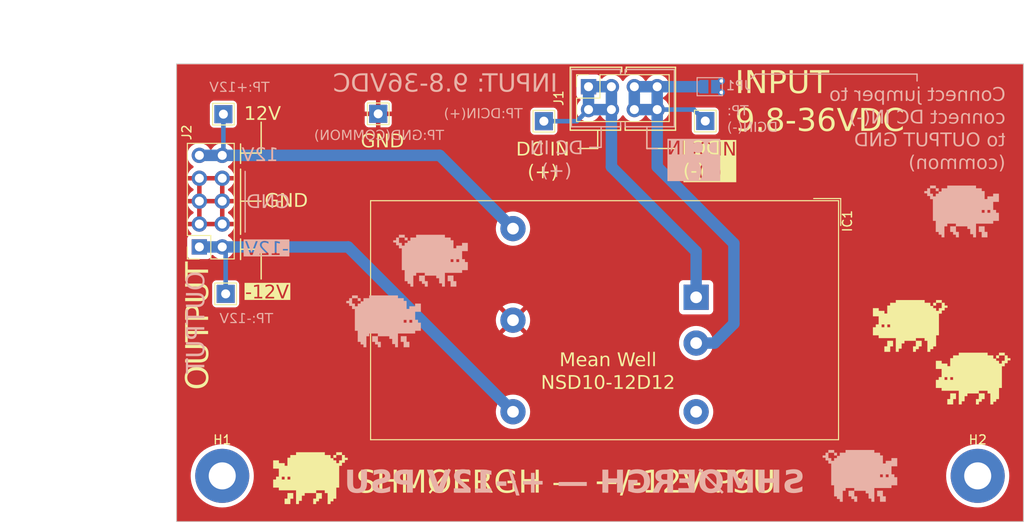
<source format=kicad_pcb>
(kicad_pcb (version 20240108) (generator "pcbnew") (generator_version "8.0")
  (layers (0 "F.Cu" signal) (31 "B.Cu" signal) (34 "B.Paste" user) (35 "F.Paste" user) (36 "B.SilkS" user "B.Silkscreen") (37 "F.SilkS" user "F.Silkscreen") (38 "B.Mask" user) (39 "F.Mask" user) (44 "Edge.Cuts" user))
  (net 0 "")
  (net 1 "+12V")
  (net 2 "GND")
  (net 3 "DC_IN_+")
  (net 5 "DC_IN_-")
  (net 6 "-12V")
  (footprint "Converter_DCDC:Converter_DCDC_MeanWell_NSD10_THT" (layer "F.Cu") (at 151.638 89.408 -90)
    (property "Reference" "IC1" (at -8.46 -16.78 90) (layer "F.SilkS"))
    (property "Value" "NSD10-12D12")
    (fp_line (start -10.72 36.12) (end 15.8 36.12) (stroke (width 0.12)) (layer "F.SilkS"))
    (fp_line (start -10.96 -13.04) (end -10.96 -16.04) (stroke (width 0.12)) (layer "F.SilkS"))
    (fp_line (start -10.72 -15.8) (end -10.72 36.12) (stroke (width 0.12)) (layer "F.SilkS"))
    (fp_line (start -10.72 -15.8) (end 15.8 -15.8) (stroke (width 0.12)) (layer "F.SilkS"))
    (fp_line (start 15.8 -15.8) (end 15.8 36.12) (stroke (width 0.12)) (layer "F.SilkS"))
    (fp_line (start -10.96 -16.04) (end -7.96 -16.04) (stroke (width 0.12)) (layer "F.SilkS"))
    (pad "1" thru_hole rect (at 0 0 270) (size 2.8 2.8) (drill 1.3) (layers "*.Cu" "*.Mask") (net 3 "DC_IN_+"))
    (pad "2" thru_hole circle (at 5.08 0 270) (size 2.8 2.8) (drill 1.3) (layers "*.Cu" "*.Mask") (net 5 "DC_IN_-"))
    (pad "3" thru_hole circle (at -7.62 20.32 270) (size 2.8 2.8) (drill 1.3) (layers "*.Cu" "*.Mask") (net 1 "+12V"))
    (pad "4" thru_hole circle (at 2.54 20.32 270) (size 2.8 2.8) (drill 1.3) (layers "*.Cu" "*.Mask") (net 2 "GND"))
    (pad "5" thru_hole circle (at 12.7 20.32 270) (size 2.8 2.8) (drill 1.3) (layers "*.Cu" "*.Mask") (net 6 "-12V"))
    (pad "6" thru_hole circle (at 12.7 0 270) (size 2.8 2.8) (drill 1.3) (layers "*.Cu" "*.Mask"))
  )
  (footprint "TestPoint:TestPoint_THTPad_2.0x2.0mm_Drill1.0mm" (layer "F.Cu") (at 152.654 69.85)
    (property "Reference" "TP2" (hide yes))
    (property "Value" "TestPoint")
    (fp_line (start -1.2 -1.2) (end 1.2 -1.2) (stroke (width 0.12)) (layer "F.SilkS"))
    (fp_line (start -1.2 1.2) (end -1.2 -1.2) (stroke (width 0.12)) (layer "F.SilkS"))
    (fp_line (start 1.2 -1.2) (end 1.2 1.2) (stroke (width 0.12)) (layer "F.SilkS"))
    (fp_line (start 1.2 1.2) (end -1.2 1.2) (stroke (width 0.12)) (layer "F.SilkS"))
    (pad "1" thru_hole rect (at 0 0) (size 2 2) (drill 1) (layers "*.Cu" "*.Mask") (net 5 "DC_IN_-"))
  )
  (footprint "Connector_PinSocket_2.54mm:PinSocket_2x05_P2.54mm_Vertical" (layer "F.Cu") (at 96.52 83.82 180)
    (property "Reference" "J2" (at 1.397 12.7 90) (layer "F.SilkS"))
    (property "Value" "Conn_02x05_Odd_Even")
    (fp_line (start 1.33 1.27) (end 1.33 11.49) (stroke (width 0.12)) (layer "F.SilkS"))
    (fp_line (start 1.33 -1.33) (end 1.33 0) (stroke (width 0.12)) (layer "F.SilkS"))
    (fp_line (start 0 -1.33) (end 1.33 -1.33) (stroke (width 0.12)) (layer "F.SilkS"))
    (fp_line (start -1.27 1.27) (end 1.33 1.27) (stroke (width 0.12)) (layer "F.SilkS"))
    (fp_line (start -1.27 -1.33) (end -1.27 1.27) (stroke (width 0.12)) (layer "F.SilkS"))
    (fp_line (start -3.87 11.49) (end 1.33 11.49) (stroke (width 0.12)) (layer "F.SilkS"))
    (fp_line (start -3.87 -1.33) (end -1.27 -1.33) (stroke (width 0.12)) (layer "F.SilkS"))
    (fp_line (start -3.87 -1.33) (end -3.87 11.49) (stroke (width 0.12)) (layer "F.SilkS"))
    (pad "1" thru_hole rect (at 0 0 180) (size 1.7 1.7) (drill 1) (layers "*.Cu" "*.Mask") (net 6 "-12V"))
    (pad "2" thru_hole oval (at -2.54 0 180) (size 1.7 1.7) (drill 1) (layers "*.Cu" "*.Mask") (net 6 "-12V"))
    (pad "3" thru_hole oval (at 0 2.54 180) (size 1.7 1.7) (drill 1) (layers "*.Cu" "*.Mask") (net 2 "GND"))
    (pad "4" thru_hole oval (at -2.54 2.54 180) (size 1.7 1.7) (drill 1) (layers "*.Cu" "*.Mask") (net 2 "GND"))
    (pad "5" thru_hole oval (at 0 5.08 180) (size 1.7 1.7) (drill 1) (layers "*.Cu" "*.Mask") (net 2 "GND"))
    (pad "6" thru_hole oval (at -2.54 5.08 180) (size 1.7 1.7) (drill 1) (layers "*.Cu" "*.Mask") (net 2 "GND"))
    (pad "7" thru_hole oval (at 0 7.62 180) (size 1.7 1.7) (drill 1) (layers "*.Cu" "*.Mask") (net 2 "GND"))
    (pad "8" thru_hole oval (at -2.54 7.62 180) (size 1.7 1.7) (drill 1) (layers "*.Cu" "*.Mask") (net 2 "GND"))
    (pad "9" thru_hole oval (at 0 10.16 180) (size 1.7 1.7) (drill 1) (layers "*.Cu" "*.Mask") (net 1 "+12V"))
    (pad "10" thru_hole oval (at -2.54 10.16 180) (size 1.7 1.7) (drill 1) (layers "*.Cu" "*.Mask") (net 1 "+12V"))
  )
  (footprint "MountingHole:MountingHole_3mm_Pad" (layer "F.Cu") (at 182.88 109.22)
    (property "Reference" "H2" (at 0 -4 0) (layer "F.SilkS"))
    (property "Value" "MountingHole")
    (pad "1" thru_hole circle (at 0 0) (size 6 6) (drill 3) (layers "*.Cu" "*.Mask"))
  )
  (footprint "Shmoergh_Logo:Gyeszno" (layer "F.Cu") (at 182.372 98.425)
    (property "Reference" "G***" (hide yes))
    (property "Value" "LOGO" (hide yes))
    (fp_poly (pts (xy 2.8702 -2.8702) (xy 3.5052 -2.8702) (xy 3.5052 -2.5654) (xy 2.8702 -2.5654) (xy 2.8702 -2.8702)) (stroke (width 0.01)) (fill solid) (layer "F.SilkS"))
    (fp_poly (pts (xy 2.8702 -2.2606) (xy 2.5527 -2.2606) (xy 2.5527 -2.5654) (xy 2.8702 -2.5654) (xy 2.8702 -2.2606)) (stroke (width 0.01)) (fill solid) (layer "F.SilkS"))
    (fp_poly (pts (xy -1.905 2.2733) (xy -2.2225 2.2733) (xy -2.2225 2.8702) (xy -2.8575 2.8702) (xy -2.8575 2.2733) (xy -2.54 2.2733) (xy -2.54 1.651) (xy -1.905 1.651) (xy -1.905 2.2733)) (stroke (width 0.01)) (fill solid) (layer "F.SilkS"))
    (fp_poly (pts (xy 1.27 2.2733) (xy 0.9525 2.2733) (xy 0.9525 2.5654) (xy 0.635 2.5654) (xy 0.635 2.8702) (xy 0.3175 2.8702) (xy 0.3175 2.2733) (xy 0.635 2.2733) (xy 0.635 1.651) (xy 1.27 1.651) (xy 1.27 2.2733)) (stroke (width 0.01)) (fill solid) (layer "F.SilkS"))
    (fp_poly (pts (xy 1.6002 -2.5654) (xy 2.2352 -2.5654) (xy 2.2352 -2.2098) (xy 2.5527 -2.2098) (xy 2.5527 -1.9685) (xy 2.8702 -1.9685) (xy 2.8702 -1.6637) (xy 3.1877 -1.6637) (xy 3.1877 -1.9685) (xy 3.5052 -1.9685) (xy 3.5052 -2.5654) (xy 3.8227 -2.5654) (xy 3.8227 -2.2606) (xy 4.1402 -2.2606) (xy 4.1402 -2.0193) (xy 3.8227 -2.0193) (xy 3.8227 -1.7145) (xy 3.5052 -1.7145) (xy 3.5052 -1.3716) (xy 3.1877 -1.3716) (xy 3.1877 1.0414) (xy 2.8702 1.0414) (xy 2.8702 2.2733) (xy 2.5527 2.2733) (xy 2.5527 2.5654) (xy 2.2352 2.5654) (xy 2.2352 2.8702) (xy 1.9177 2.8702) (xy 1.9177 1.651) (xy 1.6002 1.651) (xy 1.6002 1.3462) (xy 0.635 1.3462) (xy 0.635 1.651) (xy -0.635 1.651) (xy -0.635 1.9431) (xy -0.9525 1.9431) (xy -0.9525 2.5146) (xy -1.27 2.5146) (xy -1.27 2.8702) (xy -1.5875 2.8702) (xy -1.5875 1.3462) (xy -3.4925 1.3462) (xy -3.4925 1.0414) (xy -4.1275 1.0414) (xy -4.1275 0.1524) (xy -3.81 0.1524) (xy -3.81 -0.1651) (xy -3.4925 -0.1651) (xy -3.175 -0.1651) (xy -3.175 0.1524) (xy -2.8575 0.1524) (xy -2.8575 -0.1651) (xy -2.54 -0.1651) (xy -2.54 0.1524) (xy -2.2225 0.1524) (xy -2.2225 -0.1651) (xy -2.54 -0.1651) (xy -2.8575 -0.1651) (xy -3.175 -0.1651) (xy -3.4925 -0.1651) (xy -3.4925 -1.0668) (xy -4.1275 -1.0668) (xy -4.1275 -1.9685) (xy -3.4925 -1.9685) (xy -3.4925 -1.6637) (xy -2.8575 -1.6637) (xy -2.8575 -1.3716) (xy -2.54 -1.3716) (xy -2.54 -2.2606) (xy -2.2225 -2.2606) (xy -2.2225 -2.5654) (xy -1.5875 -2.5654) (xy -1.5875 -2.8702) (xy 1.6002 -2.8702) (xy 1.6002 -2.5654)) (stroke (width 0.01)) (fill solid) (layer "F.SilkS"))
  )
  (footprint "TestPoint:TestPoint_THTPad_2.0x2.0mm_Drill1.0mm" (layer "F.Cu") (at 99.187 69.088)
    (property "Reference" "TP3" (hide yes))
    (property "Value" "TestPoint")
    (fp_line (start -1.2 -1.2) (end 1.2 -1.2) (stroke (width 0.12)) (layer "F.SilkS"))
    (fp_line (start -1.2 1.2) (end -1.2 -1.2) (stroke (width 0.12)) (layer "F.SilkS"))
    (fp_line (start 1.2 -1.2) (end 1.2 1.2) (stroke (width 0.12)) (layer "F.SilkS"))
    (fp_line (start 1.2 1.2) (end -1.2 1.2) (stroke (width 0.12)) (layer "F.SilkS"))
    (pad "1" thru_hole rect (at 0 0) (size 2 2) (drill 1) (layers "*.Cu" "*.Mask") (net 1 "+12V"))
  )
  (footprint "TestPoint:TestPoint_THTPad_2.0x2.0mm_Drill1.0mm" (layer "F.Cu") (at 134.747 69.866788)
    (property "Reference" "TP1" (hide yes))
    (property "Value" "TestPoint")
    (fp_line (start -1.2 -1.2) (end 1.2 -1.2) (stroke (width 0.12)) (layer "F.SilkS"))
    (fp_line (start -1.2 1.2) (end -1.2 -1.2) (stroke (width 0.12)) (layer "F.SilkS"))
    (fp_line (start 1.2 -1.2) (end 1.2 1.2) (stroke (width 0.12)) (layer "F.SilkS"))
    (fp_line (start 1.2 1.2) (end -1.2 1.2) (stroke (width 0.12)) (layer "F.SilkS"))
    (pad "1" thru_hole rect (at 0 0) (size 2 2) (drill 1) (layers "*.Cu" "*.Mask") (net 3 "DC_IN_+"))
  )
  (footprint "Shmoergh_Logo:Gyeszno" (layer "F.Cu") (at 108.839 109.474)
    (property "Reference" "G***" (hide yes))
    (property "Value" "LOGO" (hide yes))
    (fp_poly (pts (xy 2.8702 -2.8702) (xy 3.5052 -2.8702) (xy 3.5052 -2.5654) (xy 2.8702 -2.5654) (xy 2.8702 -2.8702)) (stroke (width 0.01)) (fill solid) (layer "F.SilkS"))
    (fp_poly (pts (xy 2.8702 -2.2606) (xy 2.5527 -2.2606) (xy 2.5527 -2.5654) (xy 2.8702 -2.5654) (xy 2.8702 -2.2606)) (stroke (width 0.01)) (fill solid) (layer "F.SilkS"))
    (fp_poly (pts (xy -1.905 2.2733) (xy -2.2225 2.2733) (xy -2.2225 2.8702) (xy -2.8575 2.8702) (xy -2.8575 2.2733) (xy -2.54 2.2733) (xy -2.54 1.651) (xy -1.905 1.651) (xy -1.905 2.2733)) (stroke (width 0.01)) (fill solid) (layer "F.SilkS"))
    (fp_poly (pts (xy 1.27 2.2733) (xy 0.9525 2.2733) (xy 0.9525 2.5654) (xy 0.635 2.5654) (xy 0.635 2.8702) (xy 0.3175 2.8702) (xy 0.3175 2.2733) (xy 0.635 2.2733) (xy 0.635 1.651) (xy 1.27 1.651) (xy 1.27 2.2733)) (stroke (width 0.01)) (fill solid) (layer "F.SilkS"))
    (fp_poly (pts (xy 1.6002 -2.5654) (xy 2.2352 -2.5654) (xy 2.2352 -2.2098) (xy 2.5527 -2.2098) (xy 2.5527 -1.9685) (xy 2.8702 -1.9685) (xy 2.8702 -1.6637) (xy 3.1877 -1.6637) (xy 3.1877 -1.9685) (xy 3.5052 -1.9685) (xy 3.5052 -2.5654) (xy 3.8227 -2.5654) (xy 3.8227 -2.2606) (xy 4.1402 -2.2606) (xy 4.1402 -2.0193) (xy 3.8227 -2.0193) (xy 3.8227 -1.7145) (xy 3.5052 -1.7145) (xy 3.5052 -1.3716) (xy 3.1877 -1.3716) (xy 3.1877 1.0414) (xy 2.8702 1.0414) (xy 2.8702 2.2733) (xy 2.5527 2.2733) (xy 2.5527 2.5654) (xy 2.2352 2.5654) (xy 2.2352 2.8702) (xy 1.9177 2.8702) (xy 1.9177 1.651) (xy 1.6002 1.651) (xy 1.6002 1.3462) (xy 0.635 1.3462) (xy 0.635 1.651) (xy -0.635 1.651) (xy -0.635 1.9431) (xy -0.9525 1.9431) (xy -0.9525 2.5146) (xy -1.27 2.5146) (xy -1.27 2.8702) (xy -1.5875 2.8702) (xy -1.5875 1.3462) (xy -3.4925 1.3462) (xy -3.4925 1.0414) (xy -4.1275 1.0414) (xy -4.1275 0.1524) (xy -3.81 0.1524) (xy -3.81 -0.1651) (xy -3.4925 -0.1651) (xy -3.175 -0.1651) (xy -3.175 0.1524) (xy -2.8575 0.1524) (xy -2.8575 -0.1651) (xy -2.54 -0.1651) (xy -2.54 0.1524) (xy -2.2225 0.1524) (xy -2.2225 -0.1651) (xy -2.54 -0.1651) (xy -2.8575 -0.1651) (xy -3.175 -0.1651) (xy -3.4925 -0.1651) (xy -3.4925 -1.0668) (xy -4.1275 -1.0668) (xy -4.1275 -1.9685) (xy -3.4925 -1.9685) (xy -3.4925 -1.6637) (xy -2.8575 -1.6637) (xy -2.8575 -1.3716) (xy -2.54 -1.3716) (xy -2.54 -2.2606) (xy -2.2225 -2.2606) (xy -2.2225 -2.5654) (xy -1.5875 -2.5654) (xy -1.5875 -2.8702) (xy 1.6002 -2.8702) (xy 1.6002 -2.5654)) (stroke (width 0.01)) (fill solid) (layer "F.SilkS"))
  )
  (footprint "Connector_PinSocket_2.54mm:PinSocket_2x04_P2.54mm_Vertical" (layer "F.Cu") (at 139.7 66.04 90)
    (property "Reference" "J1" (at -1.27 -3.302 90) (layer "F.SilkS"))
    (property "Value" "Conn_02x04_Odd_Even" (hide yes))
    (fp_line (start 1.33 -1.33) (end 1.33 0) (stroke (width 0.12)) (layer "F.SilkS"))
    (fp_line (start 0 -1.33) (end 1.33 -1.33) (stroke (width 0.12)) (layer "F.SilkS"))
    (fp_line (start -1.27 -1.33) (end -1.27 1.27) (stroke (width 0.12)) (layer "F.SilkS"))
    (fp_line (start -3.87 -1.33) (end -1.27 -1.33) (stroke (width 0.12)) (layer "F.SilkS"))
    (fp_line (start -3.87 -1.33) (end -3.87 8.95) (stroke (width 0.12)) (layer "F.SilkS"))
    (fp_line (start 1.33 1.27) (end 1.33 8.95) (stroke (width 0.12)) (layer "F.SilkS"))
    (fp_line (start -1.27 1.27) (end 1.33 1.27) (stroke (width 0.12)) (layer "F.SilkS"))
    (fp_line (start -3.87 8.95) (end 1.33 8.95) (stroke (width 0.12)) (layer "F.SilkS"))
    (pad "1" thru_hole rect (at 0 0 90) (size 1.7 1.7) (drill 1) (layers "*.Cu" "*.Mask") (net 3 "DC_IN_+"))
    (pad "2" thru_hole oval (at -2.54 0 90) (size 1.7 1.7) (drill 1) (layers "*.Cu" "*.Mask") (net 3 "DC_IN_+"))
    (pad "3" thru_hole oval (at 0 2.54 90) (size 1.7 1.7) (drill 1) (layers "*.Cu" "*.Mask") (net 3 "DC_IN_+"))
    (pad "4" thru_hole oval (at -2.54 2.54 90) (size 1.7 1.7) (drill 1) (layers "*.Cu" "*.Mask") (net 3 "DC_IN_+"))
    (pad "5" thru_hole oval (at 0 5.08 90) (size 1.7 1.7) (drill 1) (layers "*.Cu" "*.Mask") (net 5 "DC_IN_-"))
    (pad "6" thru_hole oval (at -2.54 5.08 90) (size 1.7 1.7) (drill 1) (layers "*.Cu" "*.Mask") (net 5 "DC_IN_-"))
    (pad "7" thru_hole oval (at 0 7.62 90) (size 1.7 1.7) (drill 1) (layers "*.Cu" "*.Mask") (net 5 "DC_IN_-"))
    (pad "8" thru_hole oval (at -2.54 7.62 90) (size 1.7 1.7) (drill 1) (layers "*.Cu" "*.Mask") (net 5 "DC_IN_-"))
  )
  (footprint "Shmoergh_Logo:Gyeszno" (layer "F.Cu") (at 175.387 92.583)
    (property "Reference" "G***" (hide yes))
    (property "Value" "LOGO" (hide yes))
    (fp_poly (pts (xy 2.8702 -2.8702) (xy 3.5052 -2.8702) (xy 3.5052 -2.5654) (xy 2.8702 -2.5654) (xy 2.8702 -2.8702)) (stroke (width 0.01)) (fill solid) (layer "F.SilkS"))
    (fp_poly (pts (xy 2.8702 -2.2606) (xy 2.5527 -2.2606) (xy 2.5527 -2.5654) (xy 2.8702 -2.5654) (xy 2.8702 -2.2606)) (stroke (width 0.01)) (fill solid) (layer "F.SilkS"))
    (fp_poly (pts (xy -1.905 2.2733) (xy -2.2225 2.2733) (xy -2.2225 2.8702) (xy -2.8575 2.8702) (xy -2.8575 2.2733) (xy -2.54 2.2733) (xy -2.54 1.651) (xy -1.905 1.651) (xy -1.905 2.2733)) (stroke (width 0.01)) (fill solid) (layer "F.SilkS"))
    (fp_poly (pts (xy 1.27 2.2733) (xy 0.9525 2.2733) (xy 0.9525 2.5654) (xy 0.635 2.5654) (xy 0.635 2.8702) (xy 0.3175 2.8702) (xy 0.3175 2.2733) (xy 0.635 2.2733) (xy 0.635 1.651) (xy 1.27 1.651) (xy 1.27 2.2733)) (stroke (width 0.01)) (fill solid) (layer "F.SilkS"))
    (fp_poly (pts (xy 1.6002 -2.5654) (xy 2.2352 -2.5654) (xy 2.2352 -2.2098) (xy 2.5527 -2.2098) (xy 2.5527 -1.9685) (xy 2.8702 -1.9685) (xy 2.8702 -1.6637) (xy 3.1877 -1.6637) (xy 3.1877 -1.9685) (xy 3.5052 -1.9685) (xy 3.5052 -2.5654) (xy 3.8227 -2.5654) (xy 3.8227 -2.2606) (xy 4.1402 -2.2606) (xy 4.1402 -2.0193) (xy 3.8227 -2.0193) (xy 3.8227 -1.7145) (xy 3.5052 -1.7145) (xy 3.5052 -1.3716) (xy 3.1877 -1.3716) (xy 3.1877 1.0414) (xy 2.8702 1.0414) (xy 2.8702 2.2733) (xy 2.5527 2.2733) (xy 2.5527 2.5654) (xy 2.2352 2.5654) (xy 2.2352 2.8702) (xy 1.9177 2.8702) (xy 1.9177 1.651) (xy 1.6002 1.651) (xy 1.6002 1.3462) (xy 0.635 1.3462) (xy 0.635 1.651) (xy -0.635 1.651) (xy -0.635 1.9431) (xy -0.9525 1.9431) (xy -0.9525 2.5146) (xy -1.27 2.5146) (xy -1.27 2.8702) (xy -1.5875 2.8702) (xy -1.5875 1.3462) (xy -3.4925 1.3462) (xy -3.4925 1.0414) (xy -4.1275 1.0414) (xy -4.1275 0.1524) (xy -3.81 0.1524) (xy -3.81 -0.1651) (xy -3.4925 -0.1651) (xy -3.175 -0.1651) (xy -3.175 0.1524) (xy -2.8575 0.1524) (xy -2.8575 -0.1651) (xy -2.54 -0.1651) (xy -2.54 0.1524) (xy -2.2225 0.1524) (xy -2.2225 -0.1651) (xy -2.54 -0.1651) (xy -2.8575 -0.1651) (xy -3.175 -0.1651) (xy -3.4925 -0.1651) (xy -3.4925 -1.0668) (xy -4.1275 -1.0668) (xy -4.1275 -1.9685) (xy -3.4925 -1.9685) (xy -3.4925 -1.6637) (xy -2.8575 -1.6637) (xy -2.8575 -1.3716) (xy -2.54 -1.3716) (xy -2.54 -2.2606) (xy -2.2225 -2.2606) (xy -2.2225 -2.5654) (xy -1.5875 -2.5654) (xy -1.5875 -2.8702) (xy 1.6002 -2.8702) (xy 1.6002 -2.5654)) (stroke (width 0.01)) (fill solid) (layer "F.SilkS"))
  )
  (footprint "TestPoint:TestPoint_THTPad_2.0x2.0mm_Drill1.0mm" (layer "F.Cu") (at 99.441 89.027)
    (property "Reference" "TP4" (hide yes))
    (property "Value" "TestPoint")
    (fp_line (start -1.2 -1.2) (end 1.2 -1.2) (stroke (width 0.12)) (layer "F.SilkS"))
    (fp_line (start -1.2 1.2) (end -1.2 -1.2) (stroke (width 0.12)) (layer "F.SilkS"))
    (fp_line (start 1.2 -1.2) (end 1.2 1.2) (stroke (width 0.12)) (layer "F.SilkS"))
    (fp_line (start 1.2 1.2) (end -1.2 1.2) (stroke (width 0.12)) (layer "F.SilkS"))
    (pad "1" thru_hole rect (at 0 0) (size 2 2) (drill 1) (layers "*.Cu" "*.Mask") (net 6 "-12V"))
  )
  (footprint "MountingHole:MountingHole_3mm_Pad" (layer "F.Cu") (at 99.06 109.22)
    (property "Reference" "H1" (at 0 -4 0) (layer "F.SilkS"))
    (property "Value" "MountingHole")
    (pad "1" thru_hole circle (at 0 0) (size 6 6) (drill 3) (layers "*.Cu" "*.Mask"))
  )
  (footprint "TestPoint:TestPoint_THTPad_2.0x2.0mm_Drill1.0mm" (layer "F.Cu") (at 116.364988 69.05146)
    (property "Reference" "TP5" (hide yes))
    (property "Value" "TestPoint")
    (fp_line (start -1.2 -1.2) (end 1.2 -1.2) (stroke (width 0.12)) (layer "F.SilkS"))
    (fp_line (start -1.2 1.2) (end -1.2 -1.2) (stroke (width 0.12)) (layer "F.SilkS"))
    (fp_line (start 1.2 -1.2) (end 1.2 1.2) (stroke (width 0.12)) (layer "F.SilkS"))
    (fp_line (start 1.2 1.2) (end -1.2 1.2) (stroke (width 0.12)) (layer "F.SilkS"))
    (pad "1" thru_hole rect (at 0 0) (size 2 2) (drill 1) (layers "*.Cu" "*.Mask") (net 2 "GND"))
  )
  (footprint "Shmoergh_Logo:Gyeszno" (layer "B.Cu") (at 169.818646 109.22 180)
    (property "Reference" "G***" (hide yes))
    (property "Value" "LOGO" (hide yes))
    (fp_poly (pts (xy 2.8702 2.8702) (xy 3.5052 2.8702) (xy 3.5052 2.5654) (xy 2.8702 2.5654) (xy 2.8702 2.8702)) (stroke (width 0.01)) (fill solid) (layer "B.SilkS"))
    (fp_poly (pts (xy 2.8702 2.2606) (xy 2.5527 2.2606) (xy 2.5527 2.5654) (xy 2.8702 2.5654) (xy 2.8702 2.2606)) (stroke (width 0.01)) (fill solid) (layer "B.SilkS"))
    (fp_poly (pts (xy -1.905 -2.2733) (xy -2.2225 -2.2733) (xy -2.2225 -2.8702) (xy -2.8575 -2.8702) (xy -2.8575 -2.2733) (xy -2.54 -2.2733) (xy -2.54 -1.651) (xy -1.905 -1.651) (xy -1.905 -2.2733)) (stroke (width 0.01)) (fill solid) (layer "B.SilkS"))
    (fp_poly (pts (xy 1.27 -2.2733) (xy 0.9525 -2.2733) (xy 0.9525 -2.5654) (xy 0.635 -2.5654) (xy 0.635 -2.8702) (xy 0.3175 -2.8702) (xy 0.3175 -2.2733) (xy 0.635 -2.2733) (xy 0.635 -1.651) (xy 1.27 -1.651) (xy 1.27 -2.2733)) (stroke (width 0.01)) (fill solid) (layer "B.SilkS"))
    (fp_poly (pts (xy 1.6002 2.5654) (xy 2.2352 2.5654) (xy 2.2352 2.2098) (xy 2.5527 2.2098) (xy 2.5527 1.9685) (xy 2.8702 1.9685) (xy 2.8702 1.6637) (xy 3.1877 1.6637) (xy 3.1877 1.9685) (xy 3.5052 1.9685) (xy 3.5052 2.5654) (xy 3.8227 2.5654) (xy 3.8227 2.2606) (xy 4.1402 2.2606) (xy 4.1402 2.0193) (xy 3.8227 2.0193) (xy 3.8227 1.7145) (xy 3.5052 1.7145) (xy 3.5052 1.3716) (xy 3.1877 1.3716) (xy 3.1877 -1.0414) (xy 2.8702 -1.0414) (xy 2.8702 -2.2733) (xy 2.5527 -2.2733) (xy 2.5527 -2.5654) (xy 2.2352 -2.5654) (xy 2.2352 -2.8702) (xy 1.9177 -2.8702) (xy 1.9177 -1.651) (xy 1.6002 -1.651) (xy 1.6002 -1.3462) (xy 0.635 -1.3462) (xy 0.635 -1.651) (xy -0.635 -1.651) (xy -0.635 -1.9431) (xy -0.9525 -1.9431) (xy -0.9525 -2.5146) (xy -1.27 -2.5146) (xy -1.27 -2.8702) (xy -1.5875 -2.8702) (xy -1.5875 -1.3462) (xy -3.4925 -1.3462) (xy -3.4925 -1.0414) (xy -4.1275 -1.0414) (xy -4.1275 -0.1524) (xy -3.81 -0.1524) (xy -3.81 0.1651) (xy -3.4925 0.1651) (xy -3.175 0.1651) (xy -3.175 -0.1524) (xy -2.8575 -0.1524) (xy -2.8575 0.1651) (xy -2.54 0.1651) (xy -2.54 -0.1524) (xy -2.2225 -0.1524) (xy -2.2225 0.1651) (xy -2.54 0.1651) (xy -2.8575 0.1651) (xy -3.175 0.1651) (xy -3.4925 0.1651) (xy -3.4925 1.0668) (xy -4.1275 1.0668) (xy -4.1275 1.9685) (xy -3.4925 1.9685) (xy -3.4925 1.6637) (xy -2.8575 1.6637) (xy -2.8575 1.3716) (xy -2.54 1.3716) (xy -2.54 2.2606) (xy -2.2225 2.2606) (xy -2.2225 2.5654) (xy -1.5875 2.5654) (xy -1.5875 2.8702) (xy 1.6002 2.8702) (xy 1.6002 2.5654)) (stroke (width 0.01)) (fill solid) (layer "B.SilkS"))
  )
  (footprint "Shmoergh_Logo:Gyeszno" (layer "B.Cu") (at 116.967 92.075 180)
    (property "Reference" "G***" (hide yes))
    (property "Value" "LOGO" (hide yes))
    (fp_poly (pts (xy 2.8702 2.8702) (xy 3.5052 2.8702) (xy 3.5052 2.5654) (xy 2.8702 2.5654) (xy 2.8702 2.8702)) (stroke (width 0.01)) (fill solid) (layer "B.SilkS"))
    (fp_poly (pts (xy 2.8702 2.2606) (xy 2.5527 2.2606) (xy 2.5527 2.5654) (xy 2.8702 2.5654) (xy 2.8702 2.2606)) (stroke (width 0.01)) (fill solid) (layer "B.SilkS"))
    (fp_poly (pts (xy -1.905 -2.2733) (xy -2.2225 -2.2733) (xy -2.2225 -2.8702) (xy -2.8575 -2.8702) (xy -2.8575 -2.2733) (xy -2.54 -2.2733) (xy -2.54 -1.651) (xy -1.905 -1.651) (xy -1.905 -2.2733)) (stroke (width 0.01)) (fill solid) (layer "B.SilkS"))
    (fp_poly (pts (xy 1.27 -2.2733) (xy 0.9525 -2.2733) (xy 0.9525 -2.5654) (xy 0.635 -2.5654) (xy 0.635 -2.8702) (xy 0.3175 -2.8702) (xy 0.3175 -2.2733) (xy 0.635 -2.2733) (xy 0.635 -1.651) (xy 1.27 -1.651) (xy 1.27 -2.2733)) (stroke (width 0.01)) (fill solid) (layer "B.SilkS"))
    (fp_poly (pts (xy 1.6002 2.5654) (xy 2.2352 2.5654) (xy 2.2352 2.2098) (xy 2.5527 2.2098) (xy 2.5527 1.9685) (xy 2.8702 1.9685) (xy 2.8702 1.6637) (xy 3.1877 1.6637) (xy 3.1877 1.9685) (xy 3.5052 1.9685) (xy 3.5052 2.5654) (xy 3.8227 2.5654) (xy 3.8227 2.2606) (xy 4.1402 2.2606) (xy 4.1402 2.0193) (xy 3.8227 2.0193) (xy 3.8227 1.7145) (xy 3.5052 1.7145) (xy 3.5052 1.3716) (xy 3.1877 1.3716) (xy 3.1877 -1.0414) (xy 2.8702 -1.0414) (xy 2.8702 -2.2733) (xy 2.5527 -2.2733) (xy 2.5527 -2.5654) (xy 2.2352 -2.5654) (xy 2.2352 -2.8702) (xy 1.9177 -2.8702) (xy 1.9177 -1.651) (xy 1.6002 -1.651) (xy 1.6002 -1.3462) (xy 0.635 -1.3462) (xy 0.635 -1.651) (xy -0.635 -1.651) (xy -0.635 -1.9431) (xy -0.9525 -1.9431) (xy -0.9525 -2.5146) (xy -1.27 -2.5146) (xy -1.27 -2.8702) (xy -1.5875 -2.8702) (xy -1.5875 -1.3462) (xy -3.4925 -1.3462) (xy -3.4925 -1.0414) (xy -4.1275 -1.0414) (xy -4.1275 -0.1524) (xy -3.81 -0.1524) (xy -3.81 0.1651) (xy -3.4925 0.1651) (xy -3.175 0.1651) (xy -3.175 -0.1524) (xy -2.8575 -0.1524) (xy -2.8575 0.1651) (xy -2.54 0.1651) (xy -2.54 -0.1524) (xy -2.2225 -0.1524) (xy -2.2225 0.1651) (xy -2.54 0.1651) (xy -2.8575 0.1651) (xy -3.175 0.1651) (xy -3.4925 0.1651) (xy -3.4925 1.0668) (xy -4.1275 1.0668) (xy -4.1275 1.9685) (xy -3.4925 1.9685) (xy -3.4925 1.6637) (xy -2.8575 1.6637) (xy -2.8575 1.3716) (xy -2.54 1.3716) (xy -2.54 2.2606) (xy -2.2225 2.2606) (xy -2.2225 2.5654) (xy -1.5875 2.5654) (xy -1.5875 2.8702) (xy 1.6002 2.8702) (xy 1.6002 2.5654)) (stroke (width 0.01)) (fill solid) (layer "B.SilkS"))
  )
  (footprint "Shmoergh_Logo:Gyeszno" (layer "B.Cu") (at 122.174 85.344 180)
    (property "Reference" "G***" (hide yes))
    (property "Value" "LOGO" (hide yes))
    (fp_poly (pts (xy 2.8702 2.8702) (xy 3.5052 2.8702) (xy 3.5052 2.5654) (xy 2.8702 2.5654) (xy 2.8702 2.8702)) (stroke (width 0.01)) (fill solid) (layer "B.SilkS"))
    (fp_poly (pts (xy 2.8702 2.2606) (xy 2.5527 2.2606) (xy 2.5527 2.5654) (xy 2.8702 2.5654) (xy 2.8702 2.2606)) (stroke (width 0.01)) (fill solid) (layer "B.SilkS"))
    (fp_poly (pts (xy -1.905 -2.2733) (xy -2.2225 -2.2733) (xy -2.2225 -2.8702) (xy -2.8575 -2.8702) (xy -2.8575 -2.2733) (xy -2.54 -2.2733) (xy -2.54 -1.651) (xy -1.905 -1.651) (xy -1.905 -2.2733)) (stroke (width 0.01)) (fill solid) (layer "B.SilkS"))
    (fp_poly (pts (xy 1.27 -2.2733) (xy 0.9525 -2.2733) (xy 0.9525 -2.5654) (xy 0.635 -2.5654) (xy 0.635 -2.8702) (xy 0.3175 -2.8702) (xy 0.3175 -2.2733) (xy 0.635 -2.2733) (xy 0.635 -1.651) (xy 1.27 -1.651) (xy 1.27 -2.2733)) (stroke (width 0.01)) (fill solid) (layer "B.SilkS"))
    (fp_poly (pts (xy 1.6002 2.5654) (xy 2.2352 2.5654) (xy 2.2352 2.2098) (xy 2.5527 2.2098) (xy 2.5527 1.9685) (xy 2.8702 1.9685) (xy 2.8702 1.6637) (xy 3.1877 1.6637) (xy 3.1877 1.9685) (xy 3.5052 1.9685) (xy 3.5052 2.5654) (xy 3.8227 2.5654) (xy 3.8227 2.2606) (xy 4.1402 2.2606) (xy 4.1402 2.0193) (xy 3.8227 2.0193) (xy 3.8227 1.7145) (xy 3.5052 1.7145) (xy 3.5052 1.3716) (xy 3.1877 1.3716) (xy 3.1877 -1.0414) (xy 2.8702 -1.0414) (xy 2.8702 -2.2733) (xy 2.5527 -2.2733) (xy 2.5527 -2.5654) (xy 2.2352 -2.5654) (xy 2.2352 -2.8702) (xy 1.9177 -2.8702) (xy 1.9177 -1.651) (xy 1.6002 -1.651) (xy 1.6002 -1.3462) (xy 0.635 -1.3462) (xy 0.635 -1.651) (xy -0.635 -1.651) (xy -0.635 -1.9431) (xy -0.9525 -1.9431) (xy -0.9525 -2.5146) (xy -1.27 -2.5146) (xy -1.27 -2.8702) (xy -1.5875 -2.8702) (xy -1.5875 -1.3462) (xy -3.4925 -1.3462) (xy -3.4925 -1.0414) (xy -4.1275 -1.0414) (xy -4.1275 -0.1524) (xy -3.81 -0.1524) (xy -3.81 0.1651) (xy -3.4925 0.1651) (xy -3.175 0.1651) (xy -3.175 -0.1524) (xy -2.8575 -0.1524) (xy -2.8575 0.1651) (xy -2.54 0.1651) (xy -2.54 -0.1524) (xy -2.2225 -0.1524) (xy -2.2225 0.1651) (xy -2.54 0.1651) (xy -2.8575 0.1651) (xy -3.175 0.1651) (xy -3.4925 0.1651) (xy -3.4925 1.0668) (xy -4.1275 1.0668) (xy -4.1275 1.9685) (xy -3.4925 1.9685) (xy -3.4925 1.6637) (xy -2.8575 1.6637) (xy -2.8575 1.3716) (xy -2.54 1.3716) (xy -2.54 2.2606) (xy -2.2225 2.2606) (xy -2.2225 2.5654) (xy -1.5875 2.5654) (xy -1.5875 2.8702) (xy 1.6002 2.8702) (xy 1.6002 2.5654)) (stroke (width 0.01)) (fill solid) (layer "B.SilkS"))
  )
  (footprint "Shmoergh_Logo:Gyeszno" (layer "B.Cu") (at 181.102 79.883 180)
    (property "Reference" "G***" (hide yes))
    (property "Value" "LOGO" (hide yes))
    (fp_poly (pts (xy 2.8702 2.8702) (xy 3.5052 2.8702) (xy 3.5052 2.5654) (xy 2.8702 2.5654) (xy 2.8702 2.8702)) (stroke (width 0.01)) (fill solid) (layer "B.SilkS"))
    (fp_poly (pts (xy 2.8702 2.2606) (xy 2.5527 2.2606) (xy 2.5527 2.5654) (xy 2.8702 2.5654) (xy 2.8702 2.2606)) (stroke (width 0.01)) (fill solid) (layer "B.SilkS"))
    (fp_poly (pts (xy -1.905 -2.2733) (xy -2.2225 -2.2733) (xy -2.2225 -2.8702) (xy -2.8575 -2.8702) (xy -2.8575 -2.2733) (xy -2.54 -2.2733) (xy -2.54 -1.651) (xy -1.905 -1.651) (xy -1.905 -2.2733)) (stroke (width 0.01)) (fill solid) (layer "B.SilkS"))
    (fp_poly (pts (xy 1.27 -2.2733) (xy 0.9525 -2.2733) (xy 0.9525 -2.5654) (xy 0.635 -2.5654) (xy 0.635 -2.8702) (xy 0.3175 -2.8702) (xy 0.3175 -2.2733) (xy 0.635 -2.2733) (xy 0.635 -1.651) (xy 1.27 -1.651) (xy 1.27 -2.2733)) (stroke (width 0.01)) (fill solid) (layer "B.SilkS"))
    (fp_poly (pts (xy 1.6002 2.5654) (xy 2.2352 2.5654) (xy 2.2352 2.2098) (xy 2.5527 2.2098) (xy 2.5527 1.9685) (xy 2.8702 1.9685) (xy 2.8702 1.6637) (xy 3.1877 1.6637) (xy 3.1877 1.9685) (xy 3.5052 1.9685) (xy 3.5052 2.5654) (xy 3.8227 2.5654) (xy 3.8227 2.2606) (xy 4.1402 2.2606) (xy 4.1402 2.0193) (xy 3.8227 2.0193) (xy 3.8227 1.7145) (xy 3.5052 1.7145) (xy 3.5052 1.3716) (xy 3.1877 1.3716) (xy 3.1877 -1.0414) (xy 2.8702 -1.0414) (xy 2.8702 -2.2733) (xy 2.5527 -2.2733) (xy 2.5527 -2.5654) (xy 2.2352 -2.5654) (xy 2.2352 -2.8702) (xy 1.9177 -2.8702) (xy 1.9177 -1.651) (xy 1.6002 -1.651) (xy 1.6002 -1.3462) (xy 0.635 -1.3462) (xy 0.635 -1.651) (xy -0.635 -1.651) (xy -0.635 -1.9431) (xy -0.9525 -1.9431) (xy -0.9525 -2.5146) (xy -1.27 -2.5146) (xy -1.27 -2.8702) (xy -1.5875 -2.8702) (xy -1.5875 -1.3462) (xy -3.4925 -1.3462) (xy -3.4925 -1.0414) (xy -4.1275 -1.0414) (xy -4.1275 -0.1524) (xy -3.81 -0.1524) (xy -3.81 0.1651) (xy -3.4925 0.1651) (xy -3.175 0.1651) (xy -3.175 -0.1524) (xy -2.8575 -0.1524) (xy -2.8575 0.1651) (xy -2.54 0.1651) (xy -2.54 -0.1524) (xy -2.2225 -0.1524) (xy -2.2225 0.1651) (xy -2.54 0.1651) (xy -2.8575 0.1651) (xy -3.175 0.1651) (xy -3.4925 0.1651) (xy -3.4925 1.0668) (xy -4.1275 1.0668) (xy -4.1275 1.9685) (xy -3.4925 1.9685) (xy -3.4925 1.6637) (xy -2.8575 1.6637) (xy -2.8575 1.3716) (xy -2.54 1.3716) (xy -2.54 2.2606) (xy -2.2225 2.2606) (xy -2.2225 2.5654) (xy -1.5875 2.5654) (xy -1.5875 2.8702) (xy 1.6002 2.8702) (xy 1.6002 2.5654)) (stroke (width 0.01)) (fill solid) (layer "B.SilkS"))
  )
  (footprint "Jumper:SolderJumper-2_P1.3mm_Open_Pad1.0x1.5mm" (layer "B.Cu") (at 153.147 66.04)
    (property "Reference" "JP1" (at 3.19 -0.127 0) (layer "B.SilkS") (effects (justify mirror)))
    (property "Value" "Jumper_2_Open")
    (fp_line (start -1.4 -1) (end 1.4 -1) (stroke (width 0.12)) (layer "B.SilkS"))
    (fp_line (start -1.4 1) (end -1.4 -1) (stroke (width 0.12)) (layer "B.SilkS"))
    (fp_line (start 1.4 -1) (end 1.4 1) (stroke (width 0.12)) (layer "B.SilkS"))
    (fp_line (start 1.4 1) (end -1.4 1) (stroke (width 0.12)) (layer "B.SilkS"))
    (pad "1" smd rect (at -0.65 0) (size 1 1.5) (layers "B.Cu" "B.Mask") (net 5 "DC_IN_-"))
    (pad "2" smd rect (at 0.65 0) (size 1 1.5) (layers "B.Cu" "B.Mask") (net 2 "GND"))
  )
  (gr_line (start 143.256 64.135) (end 137.795 64.135) (stroke (width 0.15)) (layer "B.SilkS"))
  (gr_line (start 141.097 72.771) (end 139.827 72.771) (stroke (width 0.15)) (layer "B.SilkS"))
  (gr_line (start 146.177 72.898) (end 146.177 70.485) (stroke (width 0.15)) (layer "B.SilkS"))
  (gr_line (start 143.764 64.135) (end 149.225 64.135) (stroke (width 0.15)) (layer "B.SilkS"))
  (gr_line (start 137.795 70.485) (end 143.256 70.485) (stroke (width 0.15)) (layer "B.SilkS"))
  (gr_line (start 147.32 72.898) (end 146.177 72.898) (stroke (width 0.15)) (layer "B.SilkS"))
  (gr_line (start 176.149 65.405) (end 176.149 64.643) (stroke (width 0.15)) (layer "B.SilkS"))
  (gr_line (start 137.795 64.135) (end 137.795 70.485) (stroke (width 0.15)) (layer "B.SilkS"))
  (gr_line (start 158.242 64.643) (end 157.734 65.151) (stroke (width 0.15)) (layer "B.SilkS"))
  (gr_line (start 149.225 64.135) (end 149.225 70.485) (stroke (width 0.15)) (layer "B.SilkS"))
  (gr_line (start 101.6 75.438) (end 101.6 82.169) (stroke (width 0.15)) (layer "B.SilkS"))
  (gr_line (start 143.256 70.485) (end 143.256 69.977) (stroke (width 0.15)) (layer "B.SilkS"))
  (gr_line (start 141.097 70.485) (end 141.097 72.771) (stroke (width 0.15)) (layer "B.SilkS"))
  (gr_line (start 149.225 70.485) (end 143.764 70.485) (stroke (width 0.15)) (layer "B.SilkS"))
  (gr_line (start 176.149 64.643) (end 158.242 64.643) (stroke (width 0.15)) (layer "B.SilkS"))
  (gr_line (start 143.256 64.643) (end 143.256 64.135) (stroke (width 0.15)) (layer "B.SilkS"))
  (gr_line (start 143.764 70.485) (end 143.764 69.977) (stroke (width 0.15)) (layer "B.SilkS"))
  (gr_line (start 143.764 64.135) (end 143.764 64.643) (stroke (width 0.15)) (layer "B.SilkS"))
  (gr_line (start 149.352 70.866) (end 143.764 70.866) (stroke (width 0.15)) (layer "F.SilkS"))
  (gr_line (start 138.557 72.898) (end 140.716 72.898) (stroke (width 0.15)) (layer "F.SilkS"))
  (gr_line (start 101.092 82.931) (end 101.092 85.217) (stroke (width 0.15)) (layer "F.SilkS"))
  (gr_line (start 146.177 72.898) (end 146.177 70.866) (stroke (width 0.15)) (layer "F.SilkS"))
  (gr_line (start 137.668 70.866) (end 137.668 63.881) (stroke (width 0.15)) (layer "F.SilkS"))
  (gr_line (start 103.378 69.977) (end 103.378 73.406) (stroke (width 0.15)) (layer "F.SilkS"))
  (gr_line (start 143.764 70.866) (end 143.764 70.358) (stroke (width 0.15)) (layer "F.SilkS"))
  (gr_line (start 149.352 70.866) (end 149.352 63.881) (stroke (width 0.15)) (layer "F.SilkS"))
  (gr_line (start 103.378 78.74) (end 101.092 78.74) (stroke (width 0.15)) (layer "F.SilkS"))
  (gr_line (start 103.378 84.074) (end 103.378 87.376) (stroke (width 0.15)) (layer "F.SilkS"))
  (gr_line (start 143.383 63.881) (end 143.383 64.389) (stroke (width 0.15)) (layer "F.SilkS"))
  (gr_line (start 101.092 75.184) (end 101.092 82.423) (stroke (width 0.15)) (layer "F.SilkS"))
  (gr_line (start 140.716 72.898) (end 140.716 70.866) (stroke (width 0.15)) (layer "F.SilkS"))
  (gr_line (start 149.225 72.898) (end 146.177 72.898) (stroke (width 0.15)) (layer "F.SilkS"))
  (gr_line (start 101.092 84.074) (end 103.378 84.074) (stroke (width 0.15)) (layer "F.SilkS"))
  (gr_line (start 137.668 63.881) (end 143.383 63.881) (stroke (width 0.15)) (layer "F.SilkS"))
  (gr_line (start 103.378 73.406) (end 101.092 73.406) (stroke (width 0.15)) (layer "F.SilkS"))
  (gr_line (start 143.256 70.358) (end 143.256 70.866) (stroke (width 0.15)) (layer "F.SilkS"))
  (gr_line (start 101.092 74.549) (end 101.092 72.39) (stroke (width 0.15)) (layer "F.SilkS"))
  (gr_line (start 143.891 63.881) (end 143.891 64.389) (stroke (width 0.15)) (layer "F.SilkS"))
  (gr_line (start 149.352 63.881) (end 143.891 63.881) (stroke (width 0.15)) (layer "F.SilkS"))
  (gr_line (start 143.256 70.866) (end 137.668 70.866) (stroke (width 0.15)) (layer "F.SilkS"))
  (gr_rect (start 93.98 63.5) (end 187.96 114.3) (stroke (width 0.1)) (fill none) (layer "Edge.Cuts"))
  (gr_text "GND" (at 104.14 79.756 0) (layer "B.SilkS") (effects (font (size 1.5 1.5)) (justify bottom mirror)))
  (gr_text "DC IN\n(+)" (at 136.144 76.309587 0) (layer "B.SilkS") (effects (font (size 1.5 1.5)) (justify bottom mirror)))
  (gr_text "TP:DCIN(+)" (at 128.016 69.723 0) (layer "B.SilkS") (effects (font (size 1.1 1.1)) (justify bottom mirror)))
  (gr_text "TP:\nDCIN(-)" (at 155.067 71.247 0) (layer "B.SilkS") (effects (font (size 1.1 1.1)) (justify right bottom mirror)))
  (gr_text "TP:-12V" (at 101.727 92.456 0) (layer "B.SilkS") (effects (font (size 1.1 1.1)) (justify bottom mirror)))
  (gr_text "Connect jumper to \nconnect DC IN(-) \nto OUTPUT GND \n(common)" (at 185.965535 75.426512 0) (layer "B.SilkS") (effects (font (size 1.5 1.5)) (justify left bottom mirror)))
  (gr_text "DC IN\n(-)" (at 151.384 76.327 0) (layer "B.SilkS" knockout) (effects (font (size 1.5 1.5)) (justify bottom mirror)))
  (gr_text "TP:GND(COMMON)" (at 116.459 72.136 0) (layer "B.SilkS") (effects (font (size 1.1 1.1)) (justify bottom mirror)))
  (gr_text "INPUT: 9.8-36VDC" (at 136.271 66.929 0) (layer "B.SilkS") (effects (font (size 2 2)) (justify left bottom mirror)))
  (gr_text "SHMØERGH — +/-12V PSU" (at 163.703 111.506 0) (layer "B.SilkS") (effects (font (size 2.5 2.5) (thickness 0.5) (bold yes)) (justify left bottom mirror)))
  (gr_text "-12V" (at 104.013 84.963 0) (layer "B.SilkS" knockout) (effects (font (size 1.5 1.5)) (justify bottom mirror)))
  (gr_text "12V" (at 103.251 74.549 0) (layer "B.SilkS") (effects (font (size 1.5 1.5)) (justify bottom mirror)))
  (gr_text "OUTPUT" (at 97.409 86.487 90) (layer "B.SilkS") (effects (font (size 2 2)) (justify left bottom mirror)))
  (gr_text "TP:+12V" (at 100.965 66.802 0) (layer "B.SilkS") (effects (font (size 1.1 1.1)) (justify bottom mirror)))
  (gr_text "DC IN\n(–)" (at 153.162 76.454 0) (layer "F.SilkS" knockout) (effects (font (size 1.5 1.5)) (justify bottom)))
  (gr_text "INPUT\n9.8-36VDC" (at 155.956 71.374 0) (layer "F.SilkS") (effects (font (size 2.5 2.5)) (justify left bottom)))
  (gr_text "DC IN\n(+)" (at 134.62 76.454 0) (layer "F.SilkS") (effects (font (size 1.5 1.5)) (justify bottom)))
  (gr_text "GND" (at 114.427 73.025 0) (layer "F.SilkS") (effects (font (size 1.5 1.5)) (justify left bottom)))
  (gr_text "GND" (at 103.759 79.629 0) (layer "F.SilkS") (effects (font (size 1.5 1.5)) (justify left bottom)))
  (gr_text "Mean Well\nNSD10-12D12" (at 141.859 99.822 0) (layer "F.SilkS") (effects (font (size 1.5 1.5)) (justify bottom)))
  (gr_text "SHMØERGH — +/-12V PSU" (at 113.919 111.506 0) (layer "F.SilkS") (effects (font (size 2.5 2.5)) (justify left bottom)))
  (gr_text "12V" (at 101.473 69.977 0) (layer "F.SilkS") (effects (font (size 1.5 1.5)) (justify left bottom)))
  (gr_text "OUTPUT" (at 97.917 99.695 90) (layer "F.SilkS") (effects (font (size 2.5 2.5)) (justify left bottom)))
  (gr_text "-12V" (at 101.6 89.789 0) (layer "F.SilkS" knockout) (effects (font (size 1.5 1.5)) (justify left bottom)))
  (segment (start 123.19 73.66) (end 131.318 81.788) (width 1.27) (layer "B.Cu") (net 1))
  (segment (start 99.187 69.088) (end 99.187 73.533) (width 0.508) (layer "B.Cu") (net 1))
  (segment (start 99.06 73.66) (end 123.19 73.66) (width 1.27) (layer "B.Cu") (net 1))
  (segment (start 99.187 73.533) (end 99.06 73.66) (width 0.508) (layer "B.Cu") (net 1))
  (segment (start 96.52 73.66) (end 99.06 73.66) (width 1.27) (layer "B.Cu") (net 1))
  (via (at 154.432 65.405) (size 0.8) (drill 0.4) (layers "F.Cu" "B.Cu") (net 2))
  (via (at 154.432 66.675) (size 0.8) (drill 0.4) (layers "F.Cu" "B.Cu") (net 2))
  (segment (start 142.24 66.04) (end 139.7 66.04) (width 1.27) (layer "B.Cu") (net 3))
  (segment (start 139.7 66.04) (end 139.7 68.58) (width 1.27) (layer "B.Cu") (net 3))
  (segment (start 138.413212 69.866788) (end 139.7 68.58) (width 0.508) (layer "B.Cu") (net 3))
  (segment (start 142.24 68.58) (end 142.24 66.04) (width 1.27) (layer "B.Cu") (net 3))
  (segment (start 142.24 74.93) (end 142.24 68.58) (width 1.27) (layer "B.Cu") (net 3))
  (segment (start 139.7 68.58) (end 142.24 68.58) (width 1.27) (layer "B.Cu") (net 3))
  (segment (start 134.747 69.866788) (end 138.413212 69.866788) (width 0.508) (layer "B.Cu") (net 3))
  (segment (start 151.638 84.328) (end 142.24 74.93) (width 1.27) (layer "B.Cu") (net 3))
  (segment (start 151.638 89.408) (end 151.638 84.328) (width 1.27) (layer "B.Cu") (net 3))
  (segment (start 147.32 66.04) (end 144.78 66.04) (width 1.27) (layer "B.Cu") (net 5))
  (segment (start 151.638 94.488) (end 153.67 94.488) (width 1.27) (layer "B.Cu") (net 5))
  (segment (start 147.32 68.58) (end 147.32 66.04) (width 1.27) (layer "B.Cu") (net 5))
  (segment (start 155.829 92.329) (end 155.829 83.439) (width 1.27) (layer "B.Cu") (net 5))
  (segment (start 147.32 66.04) (end 152.208 66.04) (width 1.27) (layer "B.Cu") (net 5))
  (segment (start 147.32 74.93) (end 147.32 68.58) (width 1.27) (layer "B.Cu") (net 5))
  (segment (start 152.654 69.85) (end 151.384 68.58) (width 0.508) (layer "B.Cu") (net 5))
  (segment (start 153.67 94.488) (end 155.829 92.329) (width 1.27) (layer "B.Cu") (net 5))
  (segment (start 155.829 83.439) (end 147.32 74.93) (width 1.27) (layer "B.Cu") (net 5))
  (segment (start 151.384 68.58) (end 147.32 68.58) (width 0.508) (layer "B.Cu") (net 5))
  (segment (start 144.78 66.04) (end 144.78 68.58) (width 1.27) (layer "B.Cu") (net 5))
  (segment (start 144.78 68.58) (end 147.32 68.58) (width 1.27) (layer "B.Cu") (net 5))
  (segment (start 99.06 83.82) (end 113.03 83.82) (width 1.27) (layer "B.Cu") (net 6))
  (segment (start 99.441 89.027) (end 99.441 84.201) (width 0.508) (layer "B.Cu") (net 6))
  (segment (start 99.441 84.201) (end 99.06 83.82) (width 0.508) (layer "B.Cu") (net 6))
  (segment (start 113.03 83.82) (end 131.318 102.108) (width 1.27) (layer "B.Cu") (net 6))
  (segment (start 96.52 83.82) (end 99.06 83.82) (width 1.27) (layer "B.Cu") (net 6))
  (zone (net 2) (net_name "GND") (layer "F.Cu") (connect_pads (clearance 0.5)) (min_thickness 0.25) (fill yes (thermal_gap 0.5) (thermal_bridge_width 0.5))
    (polygon (pts (xy 93.98 63.5) (xy 187.96 63.5) (xy 187.96 114.3) (xy 93.98 114.3)))
  )
)
</source>
